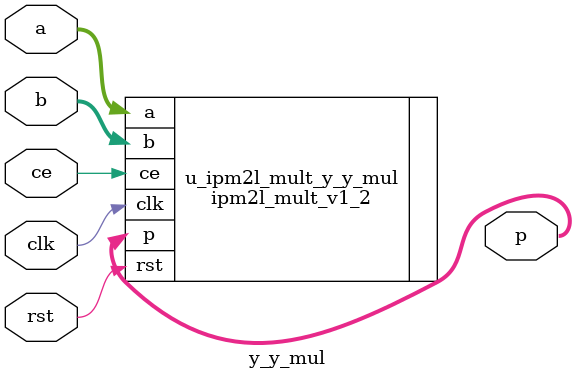
<source format=v>

`timescale 1ns/1ps
module y_y_mul
( 
     ce  ,
     rst ,
     clk ,
     a   ,
     b   ,
     p
);



localparam ASIZE               = 41 ; //@IPC int 2,82

localparam BSIZE               = 41 ; //@IPC int 2,82

localparam A_SIGNED            = 0 ; //@IPC enum 0,1

localparam B_SIGNED            = 0 ; //@IPC enum 0,1

localparam ASYNC_RST           = 1 ; //@IPC enum 0,1

localparam OPTIMAL_TIMING      = 0 ; //@IPC enum 0,1

//tmp variable for ipc purpose 

localparam PIPE_STATUS         = 4 ; //@IPC enum 0,1,2,3,4,5

localparam ASYNC_RST_BOOL      = 1 ; //@IPC bool

localparam OPTIMAL_TIMING_BOOL = 0 ; //@IPC bool

localparam ADVANCED_BOOL       = 1 ; //@IPC bool

localparam XYREG               = 1 ; //@IPC bool

localparam MREG                = 1 ; //@IPC bool

localparam PREG                = 0 ; //@IPC bool

localparam INREG               = 0 ; //@IPC bool

localparam OUTREG              = 0 ; //@IPC bool

localparam CPO_REG             = 14'b00000000001010 ; //@IPC string

//end of tmp variable
localparam  GRS_EN       = "FALSE"         ;  

localparam  PSIZE = ASIZE + BSIZE          ;  

input                 ce  ;
input                 rst ;
input                 clk ;
input  [ASIZE-1:0]    a   ;
input  [BSIZE-1:0]    b   ;
output [PSIZE-1:0]    p   ;

ipm2l_mult_v1_2
#(  
    .ASIZE           ( ASIZE            ),
    .BSIZE           ( BSIZE            ),
    .OPTIMAL_TIMING  ( OPTIMAL_TIMING   ), 

    .ADVANCED_BOOL   ( ADVANCED_BOOL    ),

    .INREG_EN        ( INREG            ),    
    .PIPEREG_EN_1    ( XYREG            ),     
    .PIPEREG_EN_2    ( MREG             ),
    .PIPEREG_EN_3    ( PREG             ),
    .OUTREG_EN       ( OUTREG           ),
    .CPO_REG         ( {1'b0,CPO_REG}   ),
    .PIPE_STATUS     ( PIPE_STATUS      ),

    .GRS_EN          ( GRS_EN           ),  
    .A_SIGNED        ( A_SIGNED         ),     
    .B_SIGNED        ( B_SIGNED         ),     
    .ASYNC_RST       ( ASYNC_RST        )      
)u_ipm2l_mult_y_y_mul
(
    .ce              ( ce     ),
    .rst             ( rst    ),
    .clk             ( clk    ),
    .a               ( a      ),
    .b               ( b      ),
    .p               ( p      )
);

endmodule

</source>
